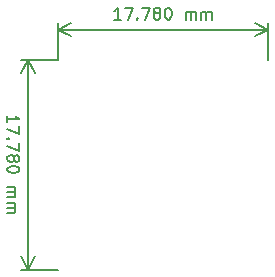
<source format=gbr>
%TF.GenerationSoftware,KiCad,Pcbnew,5.1.8*%
%TF.CreationDate,2020-11-30T19:21:11+01:00*%
%TF.ProjectId,lipo-stamp-proto,6c69706f-2d73-4746-916d-702d70726f74,rev?*%
%TF.SameCoordinates,Original*%
%TF.FileFunction,OtherDrawing,Comment*%
%FSLAX46Y46*%
G04 Gerber Fmt 4.6, Leading zero omitted, Abs format (unit mm)*
G04 Created by KiCad (PCBNEW 5.1.8) date 2020-11-30 19:21:11*
%MOMM*%
%LPD*%
G01*
G04 APERTURE LIST*
%ADD10C,0.150000*%
G04 APERTURE END LIST*
D10*
X113268571Y-47412380D02*
X112697142Y-47412380D01*
X112982857Y-47412380D02*
X112982857Y-46412380D01*
X112887619Y-46555238D01*
X112792380Y-46650476D01*
X112697142Y-46698095D01*
X113601904Y-46412380D02*
X114268571Y-46412380D01*
X113840000Y-47412380D01*
X114649523Y-47317142D02*
X114697142Y-47364761D01*
X114649523Y-47412380D01*
X114601904Y-47364761D01*
X114649523Y-47317142D01*
X114649523Y-47412380D01*
X115030476Y-46412380D02*
X115697142Y-46412380D01*
X115268571Y-47412380D01*
X116220952Y-46840952D02*
X116125714Y-46793333D01*
X116078095Y-46745714D01*
X116030476Y-46650476D01*
X116030476Y-46602857D01*
X116078095Y-46507619D01*
X116125714Y-46460000D01*
X116220952Y-46412380D01*
X116411428Y-46412380D01*
X116506666Y-46460000D01*
X116554285Y-46507619D01*
X116601904Y-46602857D01*
X116601904Y-46650476D01*
X116554285Y-46745714D01*
X116506666Y-46793333D01*
X116411428Y-46840952D01*
X116220952Y-46840952D01*
X116125714Y-46888571D01*
X116078095Y-46936190D01*
X116030476Y-47031428D01*
X116030476Y-47221904D01*
X116078095Y-47317142D01*
X116125714Y-47364761D01*
X116220952Y-47412380D01*
X116411428Y-47412380D01*
X116506666Y-47364761D01*
X116554285Y-47317142D01*
X116601904Y-47221904D01*
X116601904Y-47031428D01*
X116554285Y-46936190D01*
X116506666Y-46888571D01*
X116411428Y-46840952D01*
X117220952Y-46412380D02*
X117316190Y-46412380D01*
X117411428Y-46460000D01*
X117459047Y-46507619D01*
X117506666Y-46602857D01*
X117554285Y-46793333D01*
X117554285Y-47031428D01*
X117506666Y-47221904D01*
X117459047Y-47317142D01*
X117411428Y-47364761D01*
X117316190Y-47412380D01*
X117220952Y-47412380D01*
X117125714Y-47364761D01*
X117078095Y-47317142D01*
X117030476Y-47221904D01*
X116982857Y-47031428D01*
X116982857Y-46793333D01*
X117030476Y-46602857D01*
X117078095Y-46507619D01*
X117125714Y-46460000D01*
X117220952Y-46412380D01*
X118744761Y-47412380D02*
X118744761Y-46745714D01*
X118744761Y-46840952D02*
X118792380Y-46793333D01*
X118887619Y-46745714D01*
X119030476Y-46745714D01*
X119125714Y-46793333D01*
X119173333Y-46888571D01*
X119173333Y-47412380D01*
X119173333Y-46888571D02*
X119220952Y-46793333D01*
X119316190Y-46745714D01*
X119459047Y-46745714D01*
X119554285Y-46793333D01*
X119601904Y-46888571D01*
X119601904Y-47412380D01*
X120078095Y-47412380D02*
X120078095Y-46745714D01*
X120078095Y-46840952D02*
X120125714Y-46793333D01*
X120220952Y-46745714D01*
X120363809Y-46745714D01*
X120459047Y-46793333D01*
X120506666Y-46888571D01*
X120506666Y-47412380D01*
X120506666Y-46888571D02*
X120554285Y-46793333D01*
X120649523Y-46745714D01*
X120792380Y-46745714D01*
X120887619Y-46793333D01*
X120935238Y-46888571D01*
X120935238Y-47412380D01*
X107950000Y-48260000D02*
X125730000Y-48260000D01*
X107950000Y-50800000D02*
X107950000Y-47673579D01*
X125730000Y-50800000D02*
X125730000Y-47673579D01*
X125730000Y-48260000D02*
X124603496Y-48846421D01*
X125730000Y-48260000D02*
X124603496Y-47673579D01*
X107950000Y-48260000D02*
X109076504Y-48846421D01*
X107950000Y-48260000D02*
X109076504Y-47673579D01*
X103657619Y-56118571D02*
X103657619Y-55547142D01*
X103657619Y-55832857D02*
X104657619Y-55832857D01*
X104514761Y-55737619D01*
X104419523Y-55642380D01*
X104371904Y-55547142D01*
X104657619Y-56451904D02*
X104657619Y-57118571D01*
X103657619Y-56690000D01*
X103752857Y-57499523D02*
X103705238Y-57547142D01*
X103657619Y-57499523D01*
X103705238Y-57451904D01*
X103752857Y-57499523D01*
X103657619Y-57499523D01*
X104657619Y-57880476D02*
X104657619Y-58547142D01*
X103657619Y-58118571D01*
X104229047Y-59070952D02*
X104276666Y-58975714D01*
X104324285Y-58928095D01*
X104419523Y-58880476D01*
X104467142Y-58880476D01*
X104562380Y-58928095D01*
X104610000Y-58975714D01*
X104657619Y-59070952D01*
X104657619Y-59261428D01*
X104610000Y-59356666D01*
X104562380Y-59404285D01*
X104467142Y-59451904D01*
X104419523Y-59451904D01*
X104324285Y-59404285D01*
X104276666Y-59356666D01*
X104229047Y-59261428D01*
X104229047Y-59070952D01*
X104181428Y-58975714D01*
X104133809Y-58928095D01*
X104038571Y-58880476D01*
X103848095Y-58880476D01*
X103752857Y-58928095D01*
X103705238Y-58975714D01*
X103657619Y-59070952D01*
X103657619Y-59261428D01*
X103705238Y-59356666D01*
X103752857Y-59404285D01*
X103848095Y-59451904D01*
X104038571Y-59451904D01*
X104133809Y-59404285D01*
X104181428Y-59356666D01*
X104229047Y-59261428D01*
X104657619Y-60070952D02*
X104657619Y-60166190D01*
X104610000Y-60261428D01*
X104562380Y-60309047D01*
X104467142Y-60356666D01*
X104276666Y-60404285D01*
X104038571Y-60404285D01*
X103848095Y-60356666D01*
X103752857Y-60309047D01*
X103705238Y-60261428D01*
X103657619Y-60166190D01*
X103657619Y-60070952D01*
X103705238Y-59975714D01*
X103752857Y-59928095D01*
X103848095Y-59880476D01*
X104038571Y-59832857D01*
X104276666Y-59832857D01*
X104467142Y-59880476D01*
X104562380Y-59928095D01*
X104610000Y-59975714D01*
X104657619Y-60070952D01*
X103657619Y-61594761D02*
X104324285Y-61594761D01*
X104229047Y-61594761D02*
X104276666Y-61642380D01*
X104324285Y-61737619D01*
X104324285Y-61880476D01*
X104276666Y-61975714D01*
X104181428Y-62023333D01*
X103657619Y-62023333D01*
X104181428Y-62023333D02*
X104276666Y-62070952D01*
X104324285Y-62166190D01*
X104324285Y-62309047D01*
X104276666Y-62404285D01*
X104181428Y-62451904D01*
X103657619Y-62451904D01*
X103657619Y-62928095D02*
X104324285Y-62928095D01*
X104229047Y-62928095D02*
X104276666Y-62975714D01*
X104324285Y-63070952D01*
X104324285Y-63213809D01*
X104276666Y-63309047D01*
X104181428Y-63356666D01*
X103657619Y-63356666D01*
X104181428Y-63356666D02*
X104276666Y-63404285D01*
X104324285Y-63499523D01*
X104324285Y-63642380D01*
X104276666Y-63737619D01*
X104181428Y-63785238D01*
X103657619Y-63785238D01*
X105410000Y-50800000D02*
X105410000Y-68580000D01*
X107950000Y-50800000D02*
X104823579Y-50800000D01*
X107950000Y-68580000D02*
X104823579Y-68580000D01*
X105410000Y-68580000D02*
X104823579Y-67453496D01*
X105410000Y-68580000D02*
X105996421Y-67453496D01*
X105410000Y-50800000D02*
X104823579Y-51926504D01*
X105410000Y-50800000D02*
X105996421Y-51926504D01*
M02*

</source>
